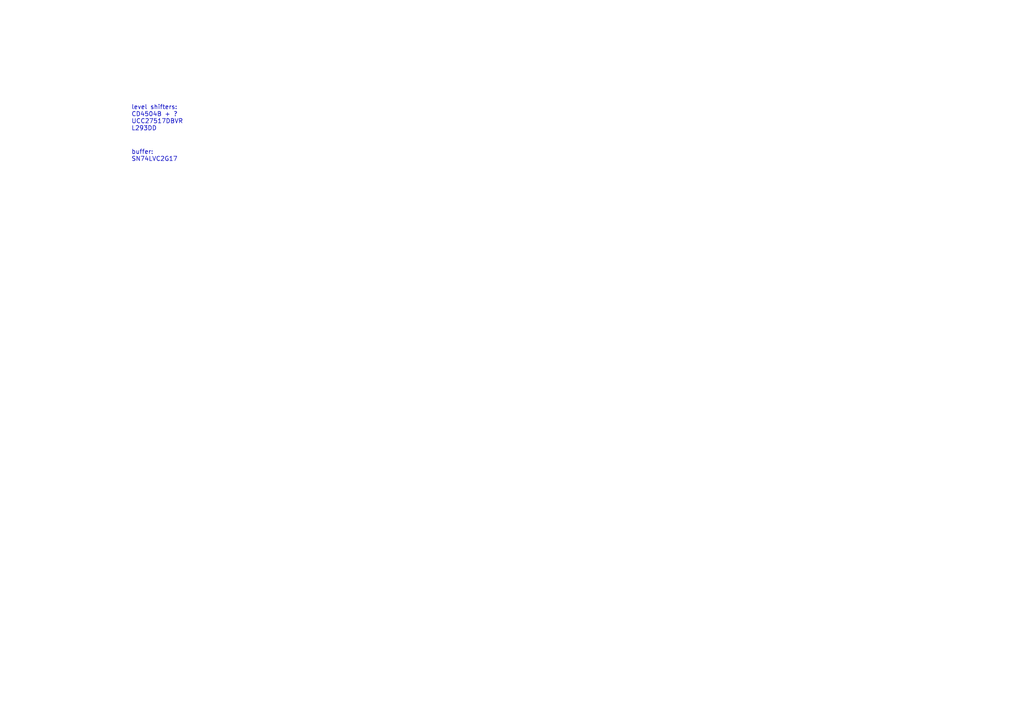
<source format=kicad_sch>
(kicad_sch (version 20230121) (generator eeschema)
  (paper "A4")
  (lib_symbols)
  (text "buffer:\nSN74LVC2G17" (at 38.1 46.99 0) (effects (font (size 1.27 1.27)) (justify left bottom)))
  (text "level shifters:\nCD4504B + ?\nUCC27517DBVR\nL293DD" (at 38.1 38.1 0) (effects (font (size 1.27 1.27)) (justify left bottom)))
)
</source>
